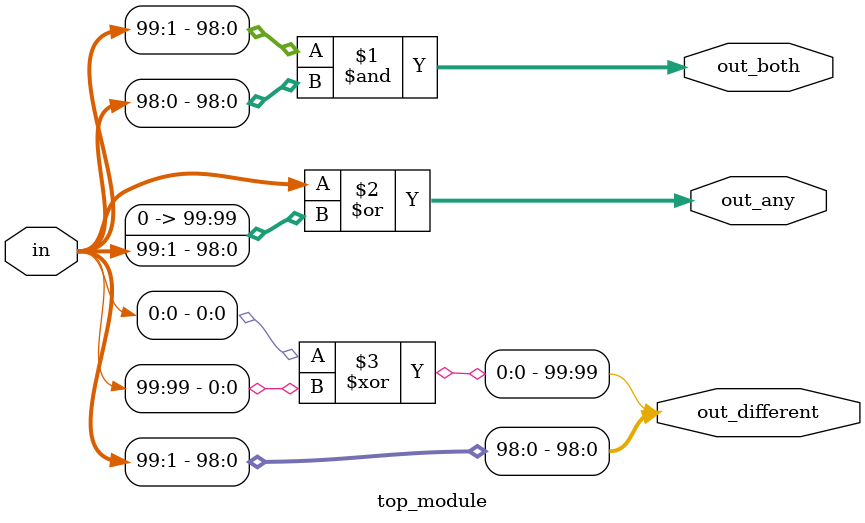
<source format=sv>
module top_module (
    input [99:0] in,
    output [98:0] out_both,
    output [99:0] out_any,
    output [99:0] out_different
);

  assign out_both = in[99:1] & in[98:0];
  assign out_any = in[99:0] | {1'b0, in[99:1]};
  assign out_different = {in[0] ^ in[99], in[99:1]} ;

endmodule

</source>
